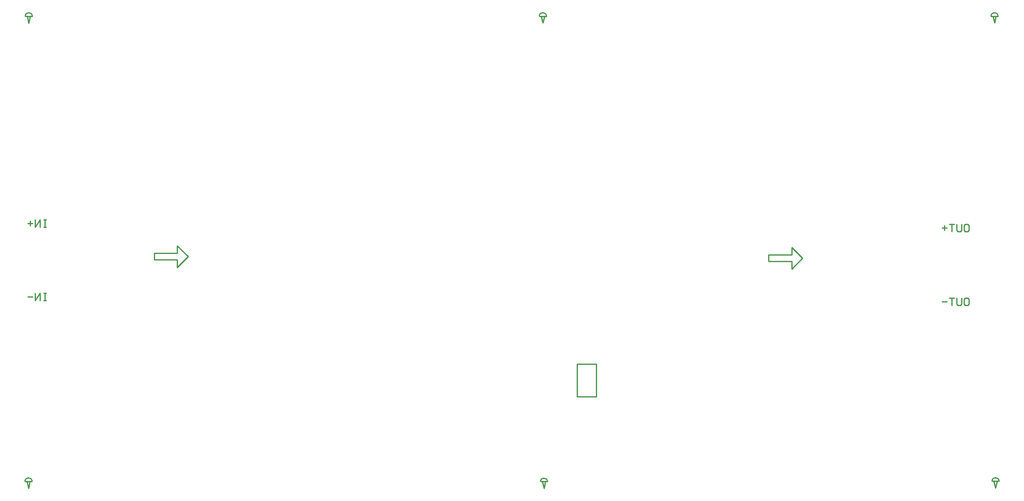
<source format=gbo>
G04*
G04 #@! TF.GenerationSoftware,Altium Limited,Altium Designer,19.1.5 (86)*
G04*
G04 Layer_Color=32896*
%FSLAX25Y25*%
%MOIN*%
G70*
G01*
G75*
%ADD11C,0.01000*%
D11*
X39488Y17323D02*
G03*
X33742Y17428I-2874J0D01*
G01*
X460472Y17087D02*
G03*
X454726Y17192I-2874J0D01*
G01*
X829291Y17402D02*
G03*
X823545Y17507I-2874J0D01*
G01*
X828463Y397690D02*
G03*
X822717Y397795I-2874J0D01*
G01*
X459561Y397690D02*
G03*
X453815Y397795I-2874J0D01*
G01*
X39721Y397638D02*
G03*
X33975Y397743I-2874J0D01*
G01*
X660039Y193504D02*
Y197244D01*
Y190984D02*
X668819Y199764D01*
X660039Y190984D02*
Y193504D01*
X659921Y206142D02*
Y208661D01*
X668819Y199764D01*
X659921Y202402D02*
Y206142D01*
X641063Y202402D02*
X659921D01*
X641063Y197244D02*
X660039D01*
X641063D02*
Y202402D01*
X139173Y198583D02*
Y203740D01*
Y198583D02*
X158150D01*
X139173Y203740D02*
X158031D01*
Y207480D01*
Y210000D02*
X166929Y201102D01*
X158031Y207480D02*
Y210000D01*
X158150Y192323D02*
Y194843D01*
Y192323D02*
X166929Y201102D01*
X158150Y194843D02*
Y198583D01*
X35356Y17270D02*
X36573Y11723D01*
X37789Y17270D01*
X33847Y17323D02*
X39488D01*
X454831Y17087D02*
X460472D01*
X457557Y11487D02*
X458774Y17034D01*
X456341D02*
X457557Y11487D01*
X825159Y17349D02*
X826376Y11802D01*
X827593Y17349D01*
X823650Y17402D02*
X829291D01*
X822822Y397690D02*
X828463D01*
X825547Y392091D02*
X826764Y397638D01*
X824331D02*
X825547Y392091D01*
X455429Y397638D02*
X456646Y392091D01*
X457862Y397638D01*
X453920Y397690D02*
X459561D01*
X34080Y397638D02*
X39721D01*
X36806Y392038D02*
X38023Y397585D01*
X35589D02*
X36806Y392038D01*
X500394Y89764D02*
Y113386D01*
Y86614D02*
Y89764D01*
X484646Y86614D02*
X500394D01*
X484646D02*
Y113386D01*
X500394D01*
X801528Y167218D02*
X803528D01*
X804528Y166219D01*
Y162220D01*
X803528Y161221D01*
X801528D01*
X800529Y162220D01*
Y166219D01*
X801528Y167218D01*
X798529D02*
Y162220D01*
X797530Y161221D01*
X795531D01*
X794531Y162220D01*
Y167218D01*
X792531D02*
X788533D01*
X790532D01*
Y161221D01*
X786533Y164219D02*
X782535D01*
X801528Y227494D02*
X803528D01*
X804528Y226494D01*
Y222496D01*
X803528Y221496D01*
X801528D01*
X800529Y222496D01*
Y226494D01*
X801528Y227494D01*
X798529D02*
Y222496D01*
X797530Y221496D01*
X795531D01*
X794531Y222496D01*
Y227494D01*
X792531D02*
X788533D01*
X790532D01*
Y221496D01*
X786533Y224495D02*
X782535D01*
X784534Y226494D02*
Y222496D01*
X50827Y171077D02*
X48827D01*
X49827D01*
Y165079D01*
X50827D01*
X48827D01*
X45828D02*
Y171077D01*
X41830Y165079D01*
Y171077D01*
X39830Y168078D02*
X35832D01*
X50827Y231392D02*
X48827D01*
X49827D01*
Y225394D01*
X50827D01*
X48827D01*
X45828D02*
Y231392D01*
X41830Y225394D01*
Y231392D01*
X39830Y228393D02*
X35832D01*
X37831Y230392D02*
Y226393D01*
M02*

</source>
